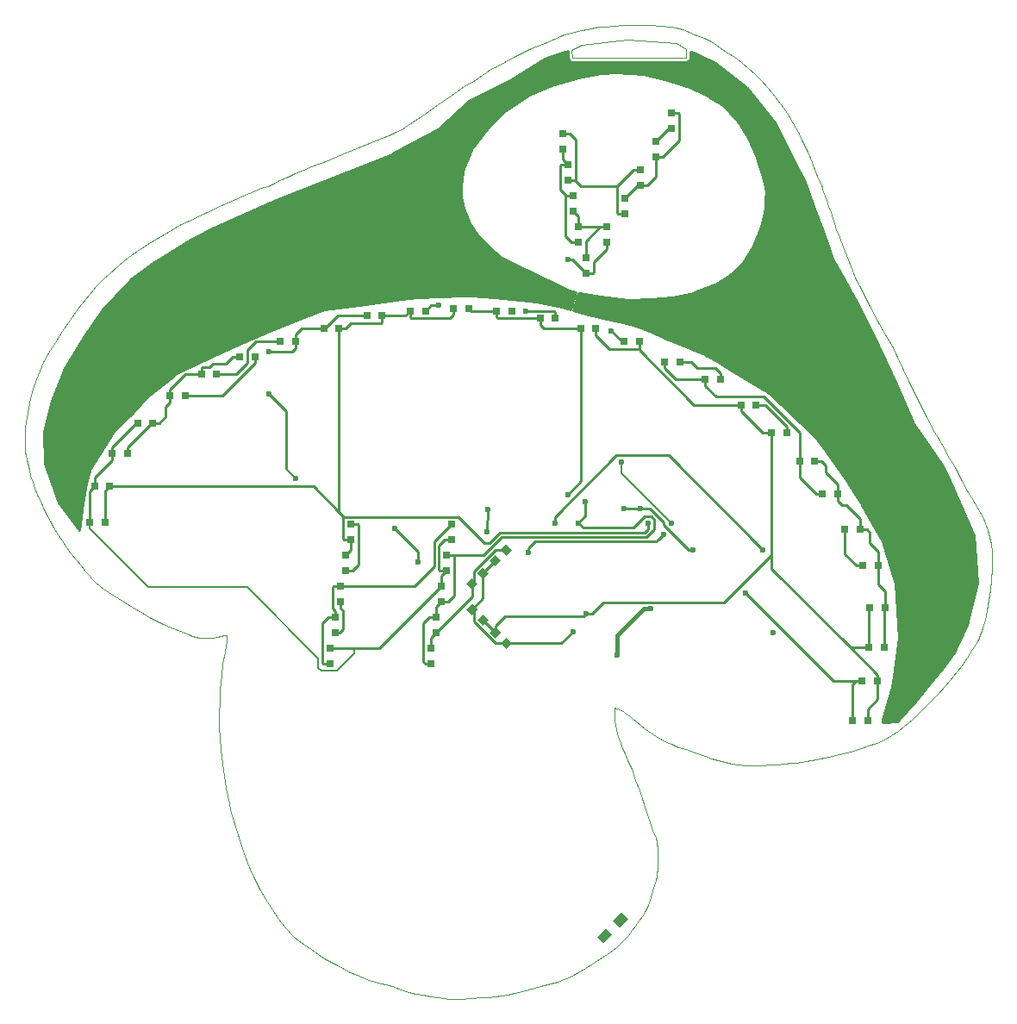
<source format=gtl>
%TF.GenerationSoftware,KiCad,Pcbnew,4.0.5+dfsg1-4*%
%TF.CreationDate,2020-02-09T15:28:45-08:00*%
%TF.ProjectId,VineBadge2020,56696E654261646765323032302E6B69,rev?*%
%TF.FileFunction,Copper,L1,Top,Signal*%
%FSLAX46Y46*%
G04 Gerber Fmt 4.6, Leading zero omitted, Abs format (unit mm)*
G04 Created by KiCad (PCBNEW 4.0.5+dfsg1-4) date Sun Feb  9 15:28:45 2020*
%MOMM*%
%LPD*%
G01*
G04 APERTURE LIST*
%ADD10C,0.150000*%
%ADD11C,0.100000*%
%ADD12R,0.797560X0.797560*%
%ADD13C,0.600000*%
%ADD14C,0.400000*%
%ADD15C,0.250000*%
%ADD16C,0.203200*%
%ADD17C,0.254000*%
G04 APERTURE END LIST*
D10*
D11*
X135672421Y-141921116D02*
X135025389Y-141832416D01*
X135025389Y-141832416D02*
X134316972Y-141718351D01*
X134316972Y-141718351D02*
X133585642Y-141585231D01*
X133585642Y-141585231D02*
X132869876Y-141439363D01*
X132869876Y-141439363D02*
X132208147Y-141287056D01*
X132208147Y-141287056D02*
X131638930Y-141134619D01*
X131638930Y-141134619D02*
X131200700Y-140988360D01*
X131200700Y-140988360D02*
X131042728Y-140919520D01*
X131042728Y-140919520D02*
X130931931Y-140854590D01*
X130931931Y-140854590D02*
X130797893Y-140794510D01*
X130797893Y-140794510D02*
X130553602Y-140712160D01*
X130553602Y-140712160D02*
X130267718Y-140631320D01*
X130267718Y-140631320D02*
X130008901Y-140575760D01*
X130008901Y-140575760D02*
X129460359Y-140467654D01*
X129460359Y-140467654D02*
X128893379Y-140315190D01*
X128893379Y-140315190D02*
X128306935Y-140121361D01*
X128306935Y-140121361D02*
X127699998Y-139889158D01*
X127699998Y-139889158D02*
X127071541Y-139621573D01*
X127071541Y-139621573D02*
X126420536Y-139321599D01*
X126420536Y-139321599D02*
X125046771Y-138636449D01*
X125046771Y-138636449D02*
X124535018Y-138351508D01*
X124535018Y-138351508D02*
X123927302Y-137981001D01*
X123927302Y-137981001D02*
X123265558Y-137553840D01*
X123265558Y-137553840D02*
X122591723Y-137098940D01*
X122591723Y-137098940D02*
X121947732Y-136645214D01*
X121947732Y-136645214D02*
X121375519Y-136221576D01*
X121375519Y-136221576D02*
X120917020Y-135856941D01*
X120917020Y-135856941D02*
X120614171Y-135580221D01*
X120614171Y-135580221D02*
X120315025Y-135250531D01*
X120315025Y-135250531D02*
X120010689Y-134889147D01*
X120010689Y-134889147D02*
X119392691Y-134081774D01*
X119392691Y-134081774D02*
X118772661Y-133179057D01*
X118772661Y-133179057D02*
X118163086Y-132201953D01*
X118163086Y-132201953D02*
X117576452Y-131171416D01*
X117576452Y-131171416D02*
X117025244Y-130108403D01*
X117025244Y-130108403D02*
X116521948Y-129033869D01*
X116521948Y-129033869D02*
X116079051Y-127968769D01*
X116079051Y-127968769D02*
X115813685Y-127192023D01*
X115813685Y-127192023D02*
X115637071Y-126644247D01*
X115637071Y-126644247D02*
X114851051Y-123923258D01*
X114851051Y-123923258D02*
X114704019Y-123377545D01*
X114704019Y-123377545D02*
X114557889Y-122744575D01*
X114557889Y-122744575D02*
X114413736Y-122030713D01*
X114413736Y-122030713D02*
X114272636Y-121242323D01*
X114272636Y-121242323D02*
X114003898Y-119467422D01*
X114003898Y-119467422D02*
X113760281Y-117470788D01*
X113760281Y-117470788D02*
X113659795Y-116333215D01*
X113659795Y-116333215D02*
X113601545Y-115157308D01*
X113601545Y-115157308D02*
X113585175Y-113952798D01*
X113585175Y-113952798D02*
X113610315Y-112729414D01*
X113610315Y-112729414D02*
X113676605Y-111496888D01*
X113676605Y-111496888D02*
X113783681Y-110264951D01*
X113783681Y-110264951D02*
X113931183Y-109043333D01*
X113931183Y-109043333D02*
X114118748Y-107841764D01*
X114118748Y-107841764D02*
X114297726Y-106737864D01*
X114297726Y-106737864D02*
X114343046Y-106392933D01*
X114343046Y-106392933D02*
X114348846Y-106255418D01*
X114348846Y-106255418D02*
X114258856Y-106255552D01*
X114258856Y-106255552D02*
X114043279Y-106285392D01*
X114043279Y-106285392D02*
X113364595Y-106413471D01*
X113364595Y-106413471D02*
X112974684Y-106483811D01*
X112974684Y-106483811D02*
X112605346Y-106526181D01*
X112605346Y-106526181D02*
X112252206Y-106540211D01*
X112252206Y-106540211D02*
X111910889Y-106525511D01*
X111910889Y-106525511D02*
X111577021Y-106481711D01*
X111577021Y-106481711D02*
X111246233Y-106408421D01*
X111246233Y-106408421D02*
X110914139Y-106305276D01*
X110914139Y-106305276D02*
X110576371Y-106171894D01*
X110576371Y-106171894D02*
X109765694Y-105841926D01*
X109765694Y-105841926D02*
X108675011Y-105421578D01*
X108675011Y-105421578D02*
X108077598Y-105172283D01*
X108077598Y-105172283D02*
X107404644Y-104851816D01*
X107404644Y-104851816D02*
X106738608Y-104501489D01*
X106738608Y-104501489D02*
X106161951Y-104162614D01*
X106161951Y-104162614D02*
X105038834Y-103465196D01*
X105038834Y-103465196D02*
X104055981Y-102875691D01*
X104055981Y-102875691D02*
X103661216Y-102634428D01*
X103661216Y-102634428D02*
X103207651Y-102337949D01*
X103207651Y-102337949D02*
X102252030Y-101671891D01*
X102252030Y-101671891D02*
X101444945Y-101062609D01*
X101444945Y-101062609D02*
X101177049Y-100837102D01*
X101177049Y-100837102D02*
X101042221Y-100695199D01*
X101042221Y-100695199D02*
X100838844Y-100431968D01*
X100838844Y-100431968D02*
X100480651Y-100008812D01*
X100480651Y-100008812D02*
X99980424Y-99419472D01*
X99980424Y-99419472D02*
X99495778Y-98816786D01*
X99495778Y-98816786D02*
X99027691Y-98202512D01*
X99027691Y-98202512D02*
X98577142Y-97578411D01*
X98577142Y-97578411D02*
X98145108Y-96946240D01*
X98145108Y-96946240D02*
X97732568Y-96307759D01*
X97732568Y-96307759D02*
X97340499Y-95664727D01*
X97340499Y-95664727D02*
X96969880Y-95018902D01*
X96969880Y-95018902D02*
X96621689Y-94372045D01*
X96621689Y-94372045D02*
X96296903Y-93725913D01*
X96296903Y-93725913D02*
X95996501Y-93082265D01*
X95996501Y-93082265D02*
X95721461Y-92442861D01*
X95721461Y-92442861D02*
X95472761Y-91809460D01*
X95472761Y-91809460D02*
X95251379Y-91183821D01*
X95251379Y-91183821D02*
X95058293Y-90567702D01*
X95058293Y-90567702D02*
X94894481Y-89962863D01*
X94894481Y-89962863D02*
X94664032Y-88980819D01*
X94664032Y-88980819D02*
X94588655Y-88589558D01*
X94588655Y-88589558D02*
X94535796Y-88231601D01*
X94535796Y-88231601D02*
X94502420Y-87882044D01*
X94502420Y-87882044D02*
X94485492Y-87515985D01*
X94485492Y-87515985D02*
X94488842Y-86634746D01*
X94488842Y-86634746D02*
X94505910Y-86206974D01*
X94505910Y-86206974D02*
X94538714Y-85765193D01*
X94538714Y-85765193D02*
X94649137Y-84849041D01*
X94649137Y-84849041D02*
X94815327Y-83905170D01*
X94815327Y-83905170D02*
X95032496Y-82952456D01*
X95032496Y-82952456D02*
X95295859Y-82009779D01*
X95295859Y-82009779D02*
X95600631Y-81096017D01*
X95600631Y-81096017D02*
X95942024Y-80230049D01*
X95942024Y-80230049D02*
X96315252Y-79430753D01*
X96315252Y-79430753D02*
X96833894Y-78479280D01*
X96833894Y-78479280D02*
X97459502Y-77437775D01*
X97459502Y-77437775D02*
X98162589Y-76348061D01*
X98162589Y-76348061D02*
X98913665Y-75251963D01*
X98913665Y-75251963D02*
X99683243Y-74191303D01*
X99683243Y-74191303D02*
X100441834Y-73207905D01*
X100441834Y-73207905D02*
X101159950Y-72343594D01*
X101159950Y-72343594D02*
X101494615Y-71969165D01*
X101494615Y-71969165D02*
X101808102Y-71640192D01*
X101808102Y-71640192D02*
X102240961Y-71215205D01*
X102240961Y-71215205D02*
X102696539Y-70790775D01*
X102696539Y-70790775D02*
X103668570Y-69948664D01*
X103668570Y-69948664D02*
X104709627Y-69124019D01*
X104709627Y-69124019D02*
X105805147Y-68327000D01*
X105805147Y-68327000D02*
X106940563Y-67567770D01*
X106940563Y-67567770D02*
X108101310Y-66856487D01*
X108101310Y-66856487D02*
X109272822Y-66203313D01*
X109272822Y-66203313D02*
X109858062Y-65901692D01*
X109858062Y-65901692D02*
X110440532Y-65618409D01*
X110440532Y-65618409D02*
X114018287Y-63948449D01*
X114018287Y-63948449D02*
X115151995Y-63435895D01*
X115151995Y-63435895D02*
X115905842Y-63112190D01*
X115905842Y-63112190D02*
X117715072Y-62319111D01*
X117715072Y-62319111D02*
X117940699Y-62261661D01*
X117940699Y-62261661D02*
X118348877Y-62105243D01*
X118348877Y-62105243D02*
X118881660Y-61873744D01*
X118881660Y-61873744D02*
X119481102Y-61591054D01*
X119481102Y-61591054D02*
X120187159Y-61258905D01*
X120187159Y-61258905D02*
X121010244Y-60892740D01*
X121010244Y-60892740D02*
X121848071Y-60537016D01*
X121848071Y-60537016D02*
X122598352Y-60236189D01*
X122598352Y-60236189D02*
X124268352Y-59579254D01*
X124268352Y-59579254D02*
X125994392Y-58880015D01*
X125994392Y-58880015D02*
X129526272Y-57426082D01*
X129526272Y-57426082D02*
X130254829Y-57114893D01*
X130254829Y-57114893D02*
X130933081Y-56803220D01*
X130933081Y-56803220D02*
X131485256Y-56527252D01*
X131485256Y-56527252D02*
X131835582Y-56323178D01*
X131835582Y-56323178D02*
X133780972Y-55022769D01*
X133780972Y-55022769D02*
X135102206Y-54125923D01*
X135102206Y-54125923D02*
X136309972Y-53264503D01*
X136309972Y-53264503D02*
X137240639Y-52604256D01*
X137240639Y-52604256D02*
X137628618Y-52349178D01*
X137628618Y-52349178D02*
X137895652Y-52191091D01*
X137895652Y-52191091D02*
X138421495Y-51871149D01*
X138421495Y-51871149D02*
X139041582Y-51435034D01*
X139041582Y-51435034D02*
X139382873Y-51194808D01*
X139382873Y-51194808D02*
X139804131Y-50924276D01*
X139804131Y-50924276D02*
X140251839Y-50656584D01*
X140251839Y-50656584D02*
X140672482Y-50424877D01*
X140672482Y-50424877D02*
X142702902Y-49343954D01*
X142702902Y-49343954D02*
X143194531Y-49088761D01*
X143194531Y-49088761D02*
X143729778Y-48829785D01*
X143729778Y-48829785D02*
X144244013Y-48597293D01*
X144244013Y-48597293D02*
X144672602Y-48421551D01*
X144672602Y-48421551D02*
X145565609Y-48062389D01*
X145565609Y-48062389D02*
X146472702Y-47666197D01*
X146472702Y-47666197D02*
X147110982Y-47396595D01*
X147110982Y-47396595D02*
X147442464Y-47280875D01*
X147442464Y-47280875D02*
X147813871Y-47168966D01*
X147813871Y-47168966D02*
X148771548Y-46929859D01*
X148771548Y-46929859D02*
X150174192Y-46625817D01*
X150174192Y-46625817D02*
X150787157Y-46521450D01*
X150787157Y-46521450D02*
X151519688Y-46437363D01*
X151519688Y-46437363D02*
X152345180Y-46374419D01*
X152345180Y-46374419D02*
X153237027Y-46333477D01*
X153237027Y-46333477D02*
X154168622Y-46315401D01*
X154168622Y-46315401D02*
X155113358Y-46321052D01*
X155113358Y-46321052D02*
X156044630Y-46351288D01*
X156044630Y-46351288D02*
X156935832Y-46406972D01*
X156935832Y-46406972D02*
X158030677Y-46505703D01*
X158030677Y-46505703D02*
X158430722Y-46561768D01*
X158430722Y-46561768D02*
X158784188Y-46635137D01*
X158784188Y-46635137D02*
X159129828Y-46735436D01*
X159129828Y-46735436D02*
X159506397Y-46872292D01*
X159506397Y-46872292D02*
X160507332Y-47294180D01*
X160507332Y-47294180D02*
X161212581Y-47617127D01*
X161212581Y-47617127D02*
X161875998Y-47950792D01*
X161875998Y-47950792D02*
X162423040Y-48255839D01*
X162423040Y-48255839D02*
X162779162Y-48492935D01*
X162779162Y-48492935D02*
X163362461Y-48922885D01*
X163362461Y-48922885D02*
X163962102Y-49309754D01*
X163962102Y-49309754D02*
X164450714Y-49629753D01*
X164450714Y-49629753D02*
X164996024Y-50048763D01*
X164996024Y-50048763D02*
X165580192Y-50549475D01*
X165580192Y-50549475D02*
X166185377Y-51114581D01*
X166185377Y-51114581D02*
X166793738Y-51726774D01*
X166793738Y-51726774D02*
X167387434Y-52368745D01*
X167387434Y-52368745D02*
X167948626Y-53023188D01*
X167948626Y-53023188D02*
X168459472Y-53672791D01*
X168459472Y-53672791D02*
X168994275Y-54417591D01*
X168994275Y-54417591D02*
X169499247Y-55184442D01*
X169499247Y-55184442D02*
X169980831Y-55985647D01*
X169980831Y-55985647D02*
X170445468Y-56833507D01*
X170445468Y-56833507D02*
X170899600Y-57740326D01*
X170899600Y-57740326D02*
X171349669Y-58718406D01*
X171349669Y-58718406D02*
X171802115Y-59780048D01*
X171802115Y-59780048D02*
X172263382Y-60937557D01*
X172263382Y-60937557D02*
X172791802Y-62222823D01*
X172791802Y-62222823D02*
X172828622Y-62365942D01*
X172828622Y-62365942D02*
X172928868Y-62659131D01*
X172928868Y-62659131D02*
X173258404Y-63524840D01*
X173258404Y-63524840D02*
X173463200Y-64065459D01*
X173463200Y-64065459D02*
X173675901Y-64671436D01*
X173675901Y-64671436D02*
X173871371Y-65268671D01*
X173871371Y-65268671D02*
X174024474Y-65783067D01*
X174024474Y-65783067D02*
X174208932Y-66367614D01*
X174208932Y-66367614D02*
X174489788Y-67155853D01*
X174489788Y-67155853D02*
X174828864Y-68044517D01*
X174828864Y-68044517D02*
X175187984Y-68930334D01*
X175187984Y-68930334D02*
X175798198Y-70412535D01*
X175798198Y-70412535D02*
X176052004Y-71082605D01*
X176052004Y-71082605D02*
X176155974Y-71326088D01*
X176155974Y-71326088D02*
X176435830Y-71887277D01*
X176435830Y-71887277D02*
X177330868Y-73600482D01*
X177330868Y-73600482D02*
X178352459Y-75497635D01*
X178352459Y-75497635D02*
X179115944Y-76854153D01*
X179115944Y-76854153D02*
X179668284Y-77833061D01*
X179668284Y-77833061D02*
X180138844Y-78755936D01*
X180138844Y-78755936D02*
X181412864Y-81404844D01*
X181412864Y-81404844D02*
X182985844Y-84665039D01*
X182985844Y-84665039D02*
X183286066Y-85277387D01*
X183286066Y-85277387D02*
X183577706Y-85840069D01*
X183577706Y-85840069D02*
X183827426Y-86290681D01*
X183827426Y-86290681D02*
X184001884Y-86566822D01*
X184001884Y-86566822D02*
X184153504Y-86792901D01*
X184153504Y-86792901D02*
X184341034Y-87107208D01*
X184341034Y-87107208D02*
X184728467Y-87834163D01*
X184728467Y-87834163D02*
X185103771Y-88550099D01*
X185103771Y-88550099D02*
X185413757Y-89063991D01*
X185413757Y-89063991D02*
X185577393Y-89324994D01*
X185577393Y-89324994D02*
X185828167Y-89762119D01*
X185828167Y-89762119D02*
X186454527Y-90921006D01*
X186454527Y-90921006D02*
X187145858Y-92190670D01*
X187145858Y-92190670D02*
X187466961Y-92747707D01*
X187466961Y-92747707D02*
X187716477Y-93155138D01*
X187716477Y-93155138D02*
X188160300Y-93878038D01*
X188160300Y-93878038D02*
X188535434Y-94575716D01*
X188535434Y-94575716D02*
X188844938Y-95257710D01*
X188844938Y-95257710D02*
X189091870Y-95933558D01*
X189091870Y-95933558D02*
X189279285Y-96612799D01*
X189279285Y-96612799D02*
X189410243Y-97304971D01*
X189410243Y-97304971D02*
X189487803Y-98019611D01*
X189487803Y-98019611D02*
X189515023Y-98766259D01*
X189515023Y-98766259D02*
X189493933Y-99715172D01*
X189493933Y-99715172D02*
X189426633Y-100723241D01*
X189426633Y-100723241D02*
X189318334Y-101757609D01*
X189318334Y-101757609D02*
X189174238Y-102785419D01*
X189174238Y-102785419D02*
X188999551Y-103773813D01*
X188999551Y-103773813D02*
X188799478Y-104689933D01*
X188799478Y-104689933D02*
X188579226Y-105500922D01*
X188579226Y-105500922D02*
X188463159Y-105856724D01*
X188463159Y-105856724D02*
X188343999Y-106173921D01*
X188343999Y-106173921D02*
X188200028Y-106502067D01*
X188200028Y-106502067D02*
X188026643Y-106851137D01*
X188026643Y-106851137D02*
X187596293Y-107605852D01*
X187596293Y-107605852D02*
X187062266Y-108425670D01*
X187062266Y-108425670D02*
X186433879Y-109298192D01*
X186433879Y-109298192D02*
X185720449Y-110211023D01*
X185720449Y-110211023D02*
X184931293Y-111151764D01*
X184931293Y-111151764D02*
X184075730Y-112108020D01*
X184075730Y-112108020D02*
X183163076Y-113067393D01*
X183163076Y-113067393D02*
X182346514Y-113880224D01*
X182346514Y-113880224D02*
X181604227Y-114572113D01*
X181604227Y-114572113D02*
X180911982Y-115160019D01*
X180911982Y-115160019D02*
X180245546Y-115660900D01*
X180245546Y-115660900D02*
X179580687Y-116091716D01*
X179580687Y-116091716D02*
X178893172Y-116469426D01*
X178893172Y-116469426D02*
X178158769Y-116810988D01*
X178158769Y-116810988D02*
X177353246Y-117133362D01*
X177353246Y-117133362D02*
X176602872Y-117382243D01*
X176602872Y-117382243D02*
X175640622Y-117653449D01*
X175640622Y-117653449D02*
X174542385Y-117930344D01*
X174542385Y-117930344D02*
X173384047Y-118196296D01*
X173384047Y-118196296D02*
X172241498Y-118434671D01*
X172241498Y-118434671D02*
X171190624Y-118628834D01*
X171190624Y-118628834D02*
X170307314Y-118762153D01*
X170307314Y-118762153D02*
X169952211Y-118800793D01*
X169952211Y-118800793D02*
X169667456Y-118817993D01*
X169667456Y-118817993D02*
X169192006Y-118829133D01*
X169192006Y-118829133D02*
X168141412Y-118936329D01*
X168141412Y-118936329D02*
X168060232Y-118948559D01*
X168060232Y-118948559D02*
X168093212Y-118949260D01*
X168093212Y-118949260D02*
X168109872Y-118949055D01*
X168109872Y-118949055D02*
X168103872Y-118950455D01*
X168103872Y-118950455D02*
X167955833Y-118964245D01*
X167955833Y-118964245D02*
X166637799Y-119077707D01*
X166637799Y-119077707D02*
X165959631Y-119079907D01*
X165959631Y-119079907D02*
X165275066Y-119046167D01*
X165275066Y-119046167D02*
X164588385Y-118977187D01*
X164588385Y-118977187D02*
X163903874Y-118873733D01*
X163903874Y-118873733D02*
X163225814Y-118736559D01*
X163225814Y-118736559D02*
X162558490Y-118566420D01*
X162558490Y-118566420D02*
X161906184Y-118364073D01*
X161906184Y-118364073D02*
X161273179Y-118130275D01*
X161273179Y-118130275D02*
X160294503Y-117763143D01*
X160294503Y-117763143D02*
X159411399Y-117469600D01*
X159411399Y-117469600D02*
X158652305Y-117219187D01*
X158652305Y-117219187D02*
X157971789Y-116955745D01*
X157971789Y-116955745D02*
X157536274Y-116746088D01*
X157536274Y-116746088D02*
X157041934Y-116475342D01*
X157041934Y-116475342D02*
X156512730Y-116159326D01*
X156512730Y-116159326D02*
X155972623Y-115813860D01*
X155972623Y-115813860D02*
X155445575Y-115454766D01*
X155445575Y-115454766D02*
X154955547Y-115097861D01*
X154955547Y-115097861D02*
X154526502Y-114758967D01*
X154526502Y-114758967D02*
X154182399Y-114453903D01*
X154182399Y-114453903D02*
X153955120Y-114247314D01*
X153955120Y-114247314D02*
X153717411Y-114053804D01*
X153717411Y-114053804D02*
X153476011Y-113877483D01*
X153476011Y-113877483D02*
X153237659Y-113722457D01*
X153237659Y-113722457D02*
X153009095Y-113592837D01*
X153009095Y-113592837D02*
X152797057Y-113492729D01*
X152797057Y-113492729D02*
X152608285Y-113426239D01*
X152608285Y-113426239D02*
X152449519Y-113397479D01*
X152449519Y-113397479D02*
X152426089Y-113625489D01*
X152426089Y-113625489D02*
X152417489Y-114176524D01*
X152417489Y-114176524D02*
X152433619Y-114608153D01*
X152433619Y-114608153D02*
X152480069Y-115044325D01*
X152480069Y-115044325D02*
X152557319Y-115486778D01*
X152557319Y-115486778D02*
X152665840Y-115937253D01*
X152665840Y-115937253D02*
X152806114Y-116397489D01*
X152806114Y-116397489D02*
X152978617Y-116869225D01*
X152978617Y-116869225D02*
X153183826Y-117354201D01*
X153183826Y-117354201D02*
X153422218Y-117854155D01*
X153422218Y-117854155D02*
X153720709Y-118512229D01*
X153720709Y-118512229D02*
X154087877Y-119416851D01*
X154087877Y-119416851D02*
X154477138Y-120448765D01*
X154477138Y-120448765D02*
X154841908Y-121488710D01*
X154841908Y-121488710D02*
X155569196Y-123627022D01*
X155569196Y-123627022D02*
X156170558Y-125349489D01*
X156170558Y-125349489D02*
X156448477Y-126163185D01*
X156448477Y-126163185D02*
X156538607Y-126482071D01*
X156538607Y-126482071D02*
X156602177Y-126775825D01*
X156602177Y-126775825D02*
X156643687Y-127069579D01*
X156643687Y-127069579D02*
X156667627Y-127388464D01*
X156667627Y-127388464D02*
X156680767Y-128202160D01*
X156680767Y-128202160D02*
X156663947Y-128984474D01*
X156663947Y-128984474D02*
X156639647Y-129315129D01*
X156639647Y-129315129D02*
X156601347Y-129628497D01*
X156601347Y-129628497D02*
X156546487Y-129941866D01*
X156546487Y-129941866D02*
X156472507Y-130272520D01*
X156472507Y-130272520D02*
X156256947Y-131054834D01*
X156256947Y-131054834D02*
X155874629Y-132249401D01*
X155874629Y-132249401D02*
X155692925Y-132758497D01*
X155692925Y-132758497D02*
X155548517Y-133118513D01*
X155548517Y-133118513D02*
X155376165Y-133450975D01*
X155376165Y-133450975D02*
X155130331Y-133854613D01*
X155130331Y-133854613D02*
X154829017Y-134305055D01*
X154829017Y-134305055D02*
X154490222Y-134777927D01*
X154490222Y-134777927D02*
X154131948Y-135248859D01*
X154131948Y-135248859D02*
X153772195Y-135693477D01*
X153772195Y-135693477D02*
X153428965Y-136087409D01*
X153428965Y-136087409D02*
X153120257Y-136406284D01*
X153120257Y-136406284D02*
X152567507Y-136935363D01*
X152567507Y-136935363D02*
X152284692Y-137187555D01*
X152284692Y-137187555D02*
X151907407Y-137385403D01*
X151907407Y-137385403D02*
X150225707Y-138482255D01*
X150225707Y-138482255D02*
X148897874Y-139333482D01*
X148897874Y-139333482D02*
X148401704Y-139619264D01*
X148401704Y-139619264D02*
X147934773Y-139848527D01*
X147934773Y-139848527D02*
X147435139Y-140048802D01*
X147435139Y-140048802D02*
X146840859Y-140247614D01*
X146840859Y-140247614D02*
X145120587Y-140750964D01*
X145120587Y-140750964D02*
X143322725Y-141243252D01*
X143322725Y-141243252D02*
X142594868Y-141419092D01*
X142594868Y-141419092D02*
X141935743Y-141556651D01*
X141935743Y-141556651D02*
X141311361Y-141662372D01*
X141311361Y-141662372D02*
X140687731Y-141742692D01*
X140687731Y-141742692D02*
X140030866Y-141804062D01*
X140030866Y-141804062D02*
X139306777Y-141852922D01*
X139306777Y-141852922D02*
X137269147Y-141982671D01*
X137269147Y-141982671D02*
X136933020Y-141993481D01*
X136933020Y-141993481D02*
X136519912Y-141985381D01*
X136519912Y-141985381D02*
X136082219Y-141960521D01*
X136082219Y-141960521D02*
X135672337Y-141920931D01*
X135672337Y-141920931D02*
X135672377Y-141920992D01*
X135672377Y-141920992D02*
X135672421Y-141921116D01*
X149184032Y-48226688D02*
X153719747Y-47754217D01*
X153719747Y-47754217D02*
X158538944Y-48084946D01*
X158538944Y-48084946D02*
X159460260Y-48722781D01*
X159460260Y-48722781D02*
X159483890Y-49549604D01*
X159483890Y-49549604D02*
X148262715Y-49549604D01*
X148262715Y-49549604D02*
X148215465Y-48793652D01*
X148215465Y-48793652D02*
X149184028Y-48226688D01*
X149184028Y-48226688D02*
X149184032Y-48226688D01*
D10*
G36*
X140722165Y-99483795D02*
X140158205Y-98919835D01*
X140722165Y-98355875D01*
X141286125Y-98919835D01*
X140722165Y-99483795D01*
X140722165Y-99483795D01*
G37*
G36*
X141781835Y-98424125D02*
X141217875Y-97860165D01*
X141781835Y-97296205D01*
X142345795Y-97860165D01*
X141781835Y-98424125D01*
X141781835Y-98424125D01*
G37*
D12*
X126520000Y-95354700D03*
X126520000Y-96853300D03*
X125504000Y-102949300D03*
X125504000Y-101450700D03*
X124488000Y-109045300D03*
X124488000Y-107546700D03*
D10*
G36*
X138436165Y-101769795D02*
X137872205Y-101205835D01*
X138436165Y-100641875D01*
X139000125Y-101205835D01*
X138436165Y-101769795D01*
X138436165Y-101769795D01*
G37*
G36*
X139495835Y-100710125D02*
X138931875Y-100146165D01*
X139495835Y-99582205D01*
X140059795Y-100146165D01*
X139495835Y-100710125D01*
X139495835Y-100710125D01*
G37*
G36*
X137872205Y-103702165D02*
X138436165Y-103138205D01*
X139000125Y-103702165D01*
X138436165Y-104266125D01*
X137872205Y-103702165D01*
X137872205Y-103702165D01*
G37*
G36*
X138931875Y-104761835D02*
X139495835Y-104197875D01*
X140059795Y-104761835D01*
X139495835Y-105325795D01*
X138931875Y-104761835D01*
X138931875Y-104761835D01*
G37*
D12*
X124996000Y-104498700D03*
X124996000Y-105997300D03*
X136426000Y-96853300D03*
X136426000Y-95354700D03*
X148364000Y-63096700D03*
X148364000Y-64595300D03*
X148872000Y-66144700D03*
X148872000Y-67643300D03*
X132350700Y-74380000D03*
X133849300Y-74380000D03*
X149634000Y-69192700D03*
X149634000Y-70691300D03*
X110249300Y-82750000D03*
X108750700Y-82750000D03*
X111850700Y-80630000D03*
X113349300Y-80630000D03*
X115600700Y-78880000D03*
X117099300Y-78880000D03*
X119600700Y-77380000D03*
X121099300Y-77380000D03*
X156492000Y-59261300D03*
X156492000Y-57762700D03*
X149101400Y-76130000D03*
X150600000Y-76130000D03*
X154849300Y-77380000D03*
X153350700Y-77380000D03*
X125348600Y-76130000D03*
X123850000Y-76130000D03*
X161351400Y-81130000D03*
X162850000Y-81130000D03*
X178323300Y-99406000D03*
X176824700Y-99406000D03*
X175046700Y-95850000D03*
X176545300Y-95850000D03*
X179019300Y-103580000D03*
X177520700Y-103580000D03*
X135410000Y-101450700D03*
X135410000Y-102949300D03*
X134902000Y-104498700D03*
X134902000Y-105997300D03*
X126012000Y-98402700D03*
X126012000Y-99901300D03*
X135918000Y-98402700D03*
X135918000Y-99901300D03*
X134394000Y-107546700D03*
X134394000Y-109045300D03*
D10*
G36*
X140158205Y-105988165D02*
X140722165Y-105424205D01*
X141286125Y-105988165D01*
X140722165Y-106552125D01*
X140158205Y-105988165D01*
X140158205Y-105988165D01*
G37*
G36*
X141217875Y-107047835D02*
X141781835Y-106483875D01*
X142345795Y-107047835D01*
X141781835Y-107611795D01*
X141217875Y-107047835D01*
X141217875Y-107047835D01*
G37*
D12*
X147348000Y-57000700D03*
X147348000Y-58499300D03*
X147856000Y-60048700D03*
X147856000Y-61547300D03*
X101350700Y-91630000D03*
X102849300Y-91630000D03*
X153444000Y-64849300D03*
X153444000Y-63350700D03*
X103070865Y-88409835D03*
X104569465Y-88409835D03*
X154968000Y-62055300D03*
X154968000Y-60556700D03*
X107069465Y-85409835D03*
X105570865Y-85409835D03*
X138098600Y-74130000D03*
X136600000Y-74130000D03*
X151666000Y-67643300D03*
X151666000Y-66144700D03*
X158016000Y-56467300D03*
X158016000Y-54968700D03*
X142349300Y-74380000D03*
X140850700Y-74380000D03*
X145101400Y-75130000D03*
X146600000Y-75130000D03*
X128100000Y-74880000D03*
X129598600Y-74880000D03*
X158849300Y-79380000D03*
X157350700Y-79380000D03*
X166349300Y-83630000D03*
X164850700Y-83630000D03*
X167850700Y-86380000D03*
X169349300Y-86380000D03*
X172099300Y-89130000D03*
X170600700Y-89130000D03*
X172850700Y-92380000D03*
X174349300Y-92380000D03*
X175808700Y-114646000D03*
X177307300Y-114646000D03*
X178259300Y-110760000D03*
X176760700Y-110760000D03*
X177400700Y-107440000D03*
X178899300Y-107440000D03*
X102349300Y-95130000D03*
X100850700Y-95130000D03*
D10*
G36*
X153113883Y-133449721D02*
X153750279Y-134086117D01*
X152901751Y-134934645D01*
X152265355Y-134298249D01*
X153113883Y-133449721D01*
X153113883Y-133449721D01*
G37*
G36*
X151558249Y-135005355D02*
X152194645Y-135641751D01*
X151346117Y-136490279D01*
X150709721Y-135853883D01*
X151558249Y-135005355D01*
X151558249Y-135005355D01*
G37*
D13*
X155984000Y-103660000D03*
X152682000Y-108230000D03*
X153007817Y-134192183D03*
X152069800Y-73736200D03*
X157200600Y-74066400D03*
X158016000Y-95220000D03*
X153110795Y-89210795D03*
X172099300Y-89130000D03*
X153444000Y-64849300D03*
X143720000Y-74450000D03*
X142349300Y-74380000D03*
X126520000Y-95354700D03*
X155730000Y-95220000D03*
X126012000Y-98402700D03*
X125504000Y-102949300D03*
X160130000Y-97840000D03*
X154940000Y-93790000D03*
X153365799Y-93790000D03*
X110249300Y-82750000D03*
X148872000Y-67643300D03*
X158849300Y-79380000D03*
X124996000Y-104498700D03*
X124488000Y-109045300D03*
X165290000Y-102110000D03*
X154968000Y-62055300D03*
X166349300Y-83630000D03*
X135410000Y-101450700D03*
X136426000Y-96853300D03*
X138098600Y-74130000D03*
X149570000Y-93140000D03*
X147810000Y-92420000D03*
X148872000Y-95219999D03*
X149634000Y-69192700D03*
X149101400Y-76130000D03*
X152120000Y-76350000D03*
X135120000Y-73860000D03*
X134902000Y-104498700D03*
X135918000Y-98402700D03*
X118480000Y-82550000D03*
X121130000Y-90859806D03*
X167020000Y-97870000D03*
X146586000Y-95220000D03*
X139874264Y-96081800D03*
X139970000Y-93880000D03*
X115600700Y-78880000D03*
X128100000Y-74880000D03*
X175046700Y-95850000D03*
X118480000Y-78410000D03*
X138436165Y-101205835D03*
X134394000Y-107546700D03*
X143967200Y-98120200D03*
X157226000Y-96351411D03*
X148336000Y-105918000D03*
X172850700Y-92380000D03*
X161351400Y-81130000D03*
X147830000Y-69310000D03*
X158016000Y-56467300D03*
X140722165Y-98919835D03*
X138436165Y-103702165D03*
X149634000Y-104160000D03*
X154849300Y-77380000D03*
X119600700Y-77380000D03*
X140722165Y-105988165D03*
X168000000Y-106000000D03*
X130810000Y-95750000D03*
X133140000Y-99040000D03*
X151452183Y-135747817D03*
D14*
X155984000Y-103660000D02*
X155284000Y-103660000D01*
X155284000Y-103660000D02*
X152682000Y-106262000D01*
X152682000Y-106262000D02*
X152682000Y-107480000D01*
X152682000Y-107480000D02*
X152682000Y-108230000D01*
D15*
X157200600Y-74066400D02*
X152400000Y-74066400D01*
X152400000Y-74066400D02*
X152069800Y-73736200D01*
X178323300Y-101234300D02*
X179019300Y-101930300D01*
X179019300Y-101930300D02*
X179019300Y-103580000D01*
X178323300Y-99406000D02*
X178323300Y-101234300D01*
D16*
X153110795Y-89210795D02*
X153110795Y-90314795D01*
X153110795Y-90314795D02*
X158016000Y-95220000D01*
D15*
X147856000Y-61547300D02*
X148504780Y-61547300D01*
X148504780Y-61547300D02*
X149116381Y-62158901D01*
X149116381Y-62158901D02*
X152717019Y-62158901D01*
X148582981Y-61469099D02*
X148582981Y-57586901D01*
X148504780Y-61547300D02*
X148582981Y-61469099D01*
X148582981Y-57586901D02*
X147996780Y-57000700D01*
X147996780Y-57000700D02*
X147348000Y-57000700D01*
X154968000Y-60556700D02*
X154319220Y-60556700D01*
X152717019Y-64771099D02*
X152795220Y-64849300D01*
X154319220Y-60556700D02*
X152717019Y-62158901D01*
X152717019Y-62158901D02*
X152717019Y-64771099D01*
X152795220Y-64849300D02*
X153444000Y-64849300D01*
X175190000Y-93470000D02*
X174790520Y-93470000D01*
X174790520Y-93470000D02*
X174349300Y-93028780D01*
X174349300Y-93028780D02*
X174349300Y-92380000D01*
X176545300Y-94825300D02*
X175190000Y-93470000D01*
X176545300Y-95850000D02*
X176545300Y-94825300D01*
X177504080Y-96160000D02*
X177194080Y-95850000D01*
X177504080Y-96160000D02*
X177504080Y-97190780D01*
X178323300Y-99406000D02*
X178323300Y-98010000D01*
X177504080Y-97190780D02*
X178323300Y-98010000D01*
X177194080Y-95850000D02*
X176545300Y-95850000D01*
X178899300Y-107440000D02*
X178899300Y-103700000D01*
X178899300Y-103700000D02*
X179019300Y-103580000D01*
X173190000Y-90240000D02*
X174349300Y-91399300D01*
X174349300Y-91399300D02*
X174349300Y-92380000D01*
X173190000Y-89571920D02*
X173190000Y-90240000D01*
X172099300Y-89130000D02*
X172748080Y-89130000D01*
X172748080Y-89130000D02*
X173190000Y-89571920D01*
X146600000Y-75130000D02*
X146600000Y-74481220D01*
X146600000Y-74481220D02*
X146521799Y-74403019D01*
X146521799Y-74403019D02*
X143766981Y-74403019D01*
X143766981Y-74403019D02*
X143720000Y-74450000D01*
X126520000Y-95354700D02*
X127168780Y-95354700D01*
X126660780Y-99901300D02*
X126012000Y-99901300D01*
X127168780Y-95354700D02*
X127246981Y-95432901D01*
X127246981Y-95432901D02*
X127246981Y-99315099D01*
X127246981Y-99315099D02*
X126660780Y-99901300D01*
X141182009Y-96150000D02*
X155400000Y-96150000D01*
X137679622Y-95220000D02*
X137690000Y-95220000D01*
X137690000Y-95220000D02*
X138620000Y-96150000D01*
X138620000Y-96150000D02*
X138630000Y-96150000D01*
X138630000Y-96150000D02*
X139670000Y-97190000D01*
X139670000Y-97190000D02*
X140142009Y-97190000D01*
X140142009Y-97190000D02*
X141182009Y-96150000D01*
X155730000Y-95820000D02*
X155730000Y-95220000D01*
X155400000Y-96150000D02*
X155730000Y-95820000D01*
D16*
X137679622Y-95220000D02*
X137680000Y-95220000D01*
D15*
X125348600Y-94117660D02*
X122860940Y-91630000D01*
X122860940Y-91630000D02*
X102849300Y-91630000D01*
X125858659Y-94627719D02*
X125348600Y-94117660D01*
X125348600Y-94117660D02*
X125348600Y-76130000D01*
X125858659Y-94627719D02*
X125793019Y-94693359D01*
X137679622Y-95220000D02*
X137087341Y-94627719D01*
X125793019Y-96775099D02*
X125871220Y-96853300D01*
X137087341Y-94627719D02*
X125858659Y-94627719D01*
X125793019Y-94693359D02*
X125793019Y-96775099D01*
X125871220Y-96853300D02*
X126520000Y-96853300D01*
X136600000Y-74130000D02*
X136600000Y-74778780D01*
X136600000Y-74778780D02*
X136271799Y-75106981D01*
X136271799Y-75106981D02*
X132428901Y-75106981D01*
X132428901Y-75106981D02*
X132350700Y-75028780D01*
X132350700Y-75028780D02*
X132350700Y-74380000D01*
X129598600Y-74880000D02*
X131850700Y-74880000D01*
X131850700Y-74880000D02*
X132350700Y-74380000D01*
X125348600Y-76130000D02*
X125997380Y-76130000D01*
X125997380Y-76130000D02*
X126520399Y-75606981D01*
X129520399Y-75606981D02*
X129598600Y-75528780D01*
X126520399Y-75606981D02*
X129520399Y-75606981D01*
X129598600Y-75528780D02*
X129598600Y-74880000D01*
X102349300Y-95130000D02*
X102349300Y-92130000D01*
X102349300Y-92130000D02*
X102849300Y-91630000D01*
X125420000Y-105997300D02*
X124996000Y-105997300D01*
X125504000Y-102949300D02*
X125504000Y-103598080D01*
X125504000Y-103598080D02*
X125722981Y-103817061D01*
X125722981Y-103817061D02*
X125722981Y-105694319D01*
X125722981Y-105694319D02*
X125420000Y-105997300D01*
X126520000Y-96853300D02*
X126520000Y-97894700D01*
X126520000Y-97894700D02*
X126012000Y-98402700D01*
X159705736Y-97840000D02*
X160130000Y-97840000D01*
X155870673Y-93790000D02*
X154940000Y-93790000D01*
X154940000Y-93790000D02*
X153365799Y-93790000D01*
X134737809Y-99462191D02*
X132749300Y-101450700D01*
X132749300Y-101450700D02*
X130330000Y-101450700D01*
X134720700Y-97060000D02*
X136426000Y-95354700D01*
X134720700Y-97060000D02*
X134737809Y-97077109D01*
X134737809Y-97077109D02*
X134737809Y-99462191D01*
X159705736Y-97840000D02*
X157255799Y-95390063D01*
X157255799Y-95390063D02*
X157255799Y-95175126D01*
X157255799Y-95175126D02*
X155870673Y-93790000D01*
X148364000Y-63096700D02*
X147715220Y-63096700D01*
X147715220Y-63096700D02*
X147637019Y-63174901D01*
X147637019Y-63174901D02*
X147637019Y-67057099D01*
X147637019Y-67057099D02*
X148223220Y-67643300D01*
X148223220Y-67643300D02*
X148872000Y-67643300D01*
X147856000Y-60048700D02*
X147207220Y-60048700D01*
X147207220Y-60048700D02*
X147129019Y-60126901D01*
X147129019Y-60126901D02*
X147129019Y-62510499D01*
X147129019Y-62510499D02*
X147715220Y-63096700D01*
X147348000Y-58499300D02*
X147348000Y-59540700D01*
X147348000Y-59540700D02*
X147856000Y-60048700D01*
X175808700Y-114646000D02*
X175808700Y-111063220D01*
X175808700Y-111063220D02*
X176111920Y-110760000D01*
X162370000Y-80001220D02*
X162850000Y-80481220D01*
X160571220Y-80001220D02*
X159950000Y-79380000D01*
X158849300Y-79380000D02*
X159950000Y-79380000D01*
X162370000Y-80001220D02*
X160571220Y-80001220D01*
X162850000Y-80481220D02*
X162850000Y-81130000D01*
X110240000Y-82740000D02*
X113888080Y-82740000D01*
X113888080Y-82740000D02*
X117099300Y-79528780D01*
X117099300Y-79528780D02*
X117099300Y-78880000D01*
X124996000Y-104498700D02*
X124347220Y-104498700D01*
X124347220Y-104498700D02*
X123761019Y-105084901D01*
X123761019Y-105084901D02*
X123761019Y-108967099D01*
X123761019Y-108967099D02*
X123839220Y-109045300D01*
X125504000Y-101450700D02*
X124855220Y-101450700D01*
X124855220Y-101450700D02*
X124777019Y-101528901D01*
X124777019Y-103630939D02*
X124996000Y-103849920D01*
X124777019Y-101528901D02*
X124777019Y-103630939D01*
X124996000Y-103849920D02*
X124996000Y-104498700D01*
X124488000Y-109045300D02*
X123839220Y-109045300D01*
X125504000Y-101450700D02*
X130330000Y-101450700D01*
X124780219Y-101525701D02*
X124855220Y-101450700D01*
X176760700Y-110760000D02*
X173940000Y-110760000D01*
X173940000Y-110760000D02*
X165290000Y-102110000D01*
X176111920Y-110760000D02*
X176760700Y-110760000D01*
X124488000Y-107546700D02*
X126880000Y-107546700D01*
X126880000Y-107546700D02*
X129314000Y-107546700D01*
D16*
X123331209Y-109441209D02*
X123638881Y-109748881D01*
X123638881Y-109748881D02*
X125130621Y-109748881D01*
X125130621Y-109748881D02*
X126880000Y-107999502D01*
X126880000Y-107999502D02*
X126880000Y-107546700D01*
X116350000Y-101520000D02*
X123331209Y-108501209D01*
X123331209Y-108501209D02*
X123331209Y-109441209D01*
X106638720Y-101520000D02*
X116350000Y-101520000D01*
X100850700Y-95130000D02*
X100850700Y-95731980D01*
X100850700Y-95731980D02*
X106638720Y-101520000D01*
D15*
X156492000Y-59261300D02*
X157140780Y-59261300D01*
X157140780Y-59261300D02*
X158742981Y-57659099D01*
X158742981Y-57659099D02*
X158742981Y-55046901D01*
X158742981Y-55046901D02*
X158664780Y-54968700D01*
X158664780Y-54968700D02*
X158016000Y-54968700D01*
X154968000Y-62055300D02*
X155616780Y-62055300D01*
X155616780Y-62055300D02*
X156492000Y-61180080D01*
X156492000Y-61180080D02*
X156492000Y-59910080D01*
X156492000Y-59910080D02*
X156492000Y-59261300D01*
X154968000Y-62055300D02*
X154739400Y-62055300D01*
X154739400Y-62055300D02*
X153444000Y-63350700D01*
X166349300Y-83630000D02*
X167248080Y-83630000D01*
X167248080Y-83630000D02*
X169349300Y-85731220D01*
X169349300Y-85731220D02*
X169349300Y-86380000D01*
X103070865Y-88409835D02*
X103070865Y-87761055D01*
X103070865Y-87761055D02*
X105422085Y-85409835D01*
X105422085Y-85409835D02*
X105570865Y-85409835D01*
X103070865Y-88409835D02*
X103070865Y-89058615D01*
X103070865Y-89058615D02*
X101350700Y-90778780D01*
X101350700Y-90778780D02*
X101350700Y-91630000D01*
X100850700Y-95130000D02*
X100850700Y-92130000D01*
X100850700Y-92130000D02*
X101350700Y-91630000D01*
X136426000Y-96853300D02*
X135777220Y-96853300D01*
X135191019Y-99823099D02*
X135269220Y-99901300D01*
X135777220Y-96853300D02*
X135191019Y-97439501D01*
X135191019Y-97439501D02*
X135191019Y-99823099D01*
X135269220Y-99901300D02*
X135918000Y-99901300D01*
X129314000Y-107546700D02*
X135410000Y-101450700D01*
X135410000Y-101450700D02*
X135410000Y-100409300D01*
X135410000Y-100409300D02*
X135918000Y-99901300D01*
X149570000Y-93140000D02*
X149570000Y-94521999D01*
X149570000Y-94521999D02*
X148872000Y-95219999D01*
X149101400Y-76130000D02*
X149101400Y-91128600D01*
X149101400Y-91128600D02*
X147810000Y-92420000D01*
X149346790Y-95696790D02*
X148872000Y-95222000D01*
X148872000Y-95222000D02*
X148872000Y-95219999D01*
X154323472Y-95696790D02*
X149346790Y-95696790D01*
X135918000Y-98402700D02*
X139570243Y-98402700D01*
X141369733Y-96603210D02*
X155587725Y-96603210D01*
X139570243Y-98402700D02*
X141369733Y-96603210D01*
X155587725Y-96603210D02*
X156358201Y-95832734D01*
X156358201Y-95832734D02*
X156358201Y-94918463D01*
X156358201Y-94918463D02*
X156031537Y-94591799D01*
X156031537Y-94591799D02*
X155428463Y-94591799D01*
X155428463Y-94591799D02*
X154323472Y-95696790D01*
X151666000Y-66144700D02*
X151017220Y-66144700D01*
X151017220Y-66144700D02*
X149634000Y-67527920D01*
X149634000Y-67527920D02*
X149634000Y-68543920D01*
X149634000Y-68543920D02*
X149634000Y-69192700D01*
X148872000Y-66144700D02*
X149520780Y-66144700D01*
X149520780Y-66144700D02*
X151666000Y-66144700D01*
X148872000Y-66144700D02*
X148872000Y-65103300D01*
X148872000Y-65103300D02*
X148364000Y-64595300D01*
X153350700Y-77380000D02*
X153150000Y-77380000D01*
X153150000Y-77380000D02*
X152120000Y-76350000D01*
X149101400Y-76130000D02*
X145452620Y-76130000D01*
X145452620Y-76130000D02*
X145101400Y-75778780D01*
X145101400Y-75778780D02*
X145101400Y-75130000D01*
X145101400Y-75130000D02*
X140951920Y-75130000D01*
X140951920Y-75130000D02*
X140850700Y-75028780D01*
X140850700Y-75028780D02*
X140850700Y-74380000D01*
X140850700Y-74380000D02*
X138348600Y-74380000D01*
X138348600Y-74380000D02*
X138098600Y-74130000D01*
X135120000Y-73860000D02*
X134369300Y-73860000D01*
X134369300Y-73860000D02*
X133849300Y-74380000D01*
X134394000Y-109045300D02*
X133870000Y-109045300D01*
X134902000Y-104498700D02*
X134253220Y-104498700D01*
X134253220Y-104498700D02*
X133667019Y-105084901D01*
X133667019Y-105084901D02*
X133667019Y-108842319D01*
X133667019Y-108842319D02*
X133870000Y-109045300D01*
X135918000Y-98402700D02*
X136566780Y-98402700D01*
X136566780Y-98402700D02*
X136644981Y-98480901D01*
X136644981Y-98480901D02*
X136644981Y-102363099D01*
X136644981Y-102363099D02*
X136058780Y-102949300D01*
X136058780Y-102949300D02*
X135410000Y-102949300D01*
X134902000Y-104498700D02*
X134902000Y-103457300D01*
X134902000Y-103457300D02*
X135410000Y-102949300D01*
D16*
X120186194Y-89916000D02*
X121130000Y-90859806D01*
D15*
X120186194Y-84256194D02*
X118480000Y-82550000D01*
X120186194Y-89916000D02*
X120186194Y-84256194D01*
X146586000Y-95220000D02*
X146586000Y-94620000D01*
X146586000Y-94620000D02*
X152623406Y-88582594D01*
X152623406Y-88582594D02*
X157732594Y-88582594D01*
X157732594Y-88582594D02*
X167020000Y-97870000D01*
X139970000Y-94890000D02*
X139874264Y-94985736D01*
X139874264Y-94985736D02*
X139874264Y-96081800D01*
X139970000Y-93880000D02*
X139970000Y-94890000D01*
X175046700Y-95850000D02*
X175046700Y-98276780D01*
X175046700Y-98276780D02*
X176175920Y-99406000D01*
X176175920Y-99406000D02*
X176824700Y-99406000D01*
X123850000Y-76130000D02*
X123960278Y-76130000D01*
X123960278Y-76130000D02*
X125210278Y-74880000D01*
X125210278Y-74880000D02*
X127451220Y-74880000D01*
X127451220Y-74880000D02*
X128100000Y-74880000D01*
X121099300Y-77380000D02*
X121099300Y-76731220D01*
X121099300Y-76731220D02*
X121700520Y-76130000D01*
X121700520Y-76130000D02*
X123201220Y-76130000D01*
X123201220Y-76130000D02*
X123850000Y-76130000D01*
X118480000Y-78410000D02*
X120718080Y-78410000D01*
X120718080Y-78410000D02*
X121099300Y-78028780D01*
X121099300Y-78028780D02*
X121099300Y-77380000D01*
X108750700Y-82750000D02*
X108750700Y-83398780D01*
X108750700Y-83398780D02*
X108350700Y-83798780D01*
X108350700Y-83798780D02*
X108350700Y-84777380D01*
X108750700Y-82750000D02*
X108750700Y-82101220D01*
X108750700Y-82101220D02*
X110221920Y-80630000D01*
X110221920Y-80630000D02*
X111201920Y-80630000D01*
X111201920Y-80630000D02*
X111850700Y-80630000D01*
X112960000Y-79610000D02*
X112620000Y-79950000D01*
X111850700Y-80630000D02*
X111850700Y-79981220D01*
X111881920Y-79950000D02*
X112620000Y-79950000D01*
X111850700Y-79981220D02*
X111881920Y-79950000D01*
X114221920Y-79610000D02*
X112960000Y-79610000D01*
X115600700Y-78880000D02*
X114951920Y-78880000D01*
X114951920Y-78880000D02*
X114221920Y-79610000D01*
X108350700Y-84777380D02*
X107718245Y-85409835D01*
X107718245Y-85409835D02*
X107069465Y-85409835D01*
X104569465Y-88409835D02*
X104569465Y-87761055D01*
X104569465Y-87761055D02*
X106920685Y-85409835D01*
X106920685Y-85409835D02*
X107069465Y-85409835D01*
X138436165Y-101205835D02*
X138603665Y-101038335D01*
X138603665Y-101038335D02*
X138603665Y-100010213D01*
X138603665Y-100010213D02*
X140753713Y-97860165D01*
X140753713Y-97860165D02*
X141117875Y-97860165D01*
X141117875Y-97860165D02*
X141781835Y-97860165D01*
X134902000Y-105997300D02*
X138436165Y-102463135D01*
X138436165Y-102463135D02*
X138436165Y-101205835D01*
X134394000Y-107546700D02*
X134394000Y-106505300D01*
X134394000Y-106505300D02*
X134902000Y-105997300D01*
X143967200Y-98120200D02*
X143967200Y-97695936D01*
X143967200Y-97695936D02*
X144606716Y-97056420D01*
X144606716Y-97056420D02*
X156520991Y-97056420D01*
X156520991Y-97056420D02*
X156718000Y-96859411D01*
X156718000Y-96859411D02*
X157226000Y-96351411D01*
X141781835Y-107047835D02*
X147206165Y-107047835D01*
X147206165Y-107047835D02*
X148336000Y-105918000D01*
X141781835Y-107047835D02*
X140753713Y-107047835D01*
X140753713Y-107047835D02*
X138603665Y-104897787D01*
X138603665Y-104897787D02*
X138603665Y-104625883D01*
X147830000Y-69310000D02*
X148252700Y-69310000D01*
X148252700Y-69310000D02*
X149634000Y-70691300D01*
X158016000Y-56467300D02*
X157787400Y-56467300D01*
X157787400Y-56467300D02*
X156492000Y-57762700D01*
X151666000Y-67643300D02*
X151666000Y-68292080D01*
X151666000Y-68292080D02*
X150360981Y-69597099D01*
X150360981Y-69597099D02*
X150360981Y-70613099D01*
X150360981Y-70613099D02*
X150282780Y-70691300D01*
X150282780Y-70691300D02*
X149634000Y-70691300D01*
X167059015Y-82800000D02*
X162372620Y-82800000D01*
X162372620Y-82800000D02*
X161351400Y-81778780D01*
X161351400Y-81778780D02*
X161351400Y-81130000D01*
X170600700Y-89130000D02*
X170600700Y-86341685D01*
X170600700Y-86341685D02*
X167059015Y-82800000D01*
X170600700Y-89130000D02*
X170600700Y-90778780D01*
X170600700Y-90778780D02*
X172201920Y-92380000D01*
X172201920Y-92380000D02*
X172850700Y-92380000D01*
X157350700Y-79380000D02*
X157350700Y-80028780D01*
X157350700Y-80028780D02*
X158451920Y-81130000D01*
X158451920Y-81130000D02*
X160702620Y-81130000D01*
X160702620Y-81130000D02*
X161351400Y-81130000D01*
X138436165Y-103702165D02*
X138603665Y-103869665D01*
X138603665Y-103869665D02*
X138603665Y-104897787D01*
X138436165Y-103702165D02*
X139495835Y-102642495D01*
X139495835Y-102642495D02*
X139495835Y-100146165D01*
X139495835Y-100146165D02*
X140722165Y-98919835D01*
X177307300Y-113497300D02*
X178259300Y-112545300D01*
X178259300Y-112545300D02*
X178259300Y-110760000D01*
X177307300Y-114646000D02*
X177307300Y-113497300D01*
X175590080Y-107442000D02*
X167850700Y-99702620D01*
X178259300Y-110111220D02*
X175590080Y-107442000D01*
X175590080Y-107442000D02*
X175592080Y-107440000D01*
X175592080Y-107440000D02*
X177400700Y-107440000D01*
X177400700Y-107440000D02*
X177400700Y-103700000D01*
X178259300Y-110760000D02*
X178259300Y-110111220D01*
X177400700Y-103700000D02*
X177520700Y-103580000D01*
X155062001Y-103030000D02*
X155448000Y-103030000D01*
X155448000Y-103030000D02*
X163195738Y-103030000D01*
X149634000Y-104160000D02*
X150184000Y-104160000D01*
X150184000Y-104160000D02*
X151314000Y-103030000D01*
X151314000Y-103030000D02*
X155448000Y-103030000D01*
X141652370Y-104394000D02*
X149400000Y-104394000D01*
X149400000Y-104394000D02*
X149634000Y-104160000D01*
X140722165Y-105988165D02*
X140722165Y-105324205D01*
X140722165Y-105324205D02*
X141652370Y-104394000D01*
X167850700Y-98375038D02*
X163195738Y-103030000D01*
X167850700Y-86380000D02*
X167850700Y-98290000D01*
X167850700Y-98290000D02*
X167850700Y-98375038D01*
X167850700Y-99702620D02*
X167850700Y-98290000D01*
X167850700Y-86380000D02*
X166951920Y-86380000D01*
X166951920Y-86380000D02*
X164850700Y-84278780D01*
X164850700Y-84278780D02*
X164850700Y-83630000D01*
X164850700Y-83630000D02*
X160212378Y-83630000D01*
X154849300Y-78266922D02*
X154849300Y-78028780D01*
X160212378Y-83630000D02*
X154849300Y-78266922D01*
X154849300Y-78028780D02*
X154849300Y-77380000D01*
X150600000Y-76130000D02*
X150600000Y-76778780D01*
X150600000Y-76778780D02*
X151928201Y-78106981D01*
X151928201Y-78106981D02*
X154771099Y-78106981D01*
X154771099Y-78106981D02*
X154849300Y-78028780D01*
X113349300Y-80630000D02*
X115239022Y-80630000D01*
X115239022Y-80630000D02*
X116372319Y-79496703D01*
X116372319Y-79496703D02*
X116372319Y-78218659D01*
X116372319Y-78218659D02*
X117210978Y-77380000D01*
X117210978Y-77380000D02*
X118951920Y-77380000D01*
X118951920Y-77380000D02*
X119600700Y-77380000D01*
X139495835Y-104761835D02*
X140722165Y-105988165D01*
X133140000Y-99040000D02*
X133140000Y-98080000D01*
X133140000Y-98080000D02*
X130810000Y-95750000D01*
D17*
G36*
X147883255Y-49573322D02*
X147899259Y-49633779D01*
X147911456Y-49695100D01*
X147918138Y-49705100D01*
X147921216Y-49716729D01*
X147959133Y-49766453D01*
X147993873Y-49818446D01*
X148003875Y-49825129D01*
X148011168Y-49834693D01*
X148065221Y-49866119D01*
X148117219Y-49900863D01*
X148129017Y-49903210D01*
X148139415Y-49909255D01*
X148201379Y-49917604D01*
X148262715Y-49929804D01*
X159483890Y-49929804D01*
X159489306Y-49928727D01*
X159494751Y-49929649D01*
X159561877Y-49914291D01*
X159629386Y-49900863D01*
X159633976Y-49897796D01*
X159639361Y-49896564D01*
X159695503Y-49856685D01*
X159752732Y-49818446D01*
X159755799Y-49813855D01*
X159760302Y-49810657D01*
X159786983Y-49768146D01*
X159801112Y-49758474D01*
X159828355Y-49716056D01*
X159831049Y-49701237D01*
X159835149Y-49695100D01*
X159836226Y-49689683D01*
X159839162Y-49685006D01*
X159850659Y-49617125D01*
X159864090Y-49549604D01*
X159863013Y-49544188D01*
X159863935Y-49538743D01*
X159847404Y-48960300D01*
X160188832Y-49031162D01*
X162293439Y-50048883D01*
X165500183Y-52471315D01*
X168132387Y-55838549D01*
X169806822Y-59127618D01*
X169806845Y-59127662D01*
X171133342Y-61730788D01*
X172090699Y-64353547D01*
X172090932Y-64354179D01*
X172910594Y-66563269D01*
X173870289Y-69272407D01*
X173878386Y-69290591D01*
X174258386Y-69990591D01*
X174260339Y-69994059D01*
X174849956Y-71003404D01*
X175479016Y-72111747D01*
X176247447Y-73518874D01*
X176816101Y-74656181D01*
X178125569Y-77345090D01*
X180034032Y-81351862D01*
X181682857Y-85289057D01*
X181695064Y-85311536D01*
X184561775Y-89516712D01*
X185316088Y-90876461D01*
X187764856Y-96450892D01*
X188091818Y-101107612D01*
X187637360Y-102797009D01*
X187636676Y-102799666D01*
X187029529Y-105268066D01*
X186394604Y-106656965D01*
X185781208Y-107982691D01*
X185350830Y-108520664D01*
X185349860Y-108521891D01*
X184569860Y-109521891D01*
X184569479Y-109522382D01*
X183351657Y-111099561D01*
X181934347Y-112736454D01*
X181035384Y-113755279D01*
X180245979Y-114624624D01*
X180245079Y-114625626D01*
X180183914Y-114694437D01*
X180158465Y-114705344D01*
X178858997Y-114823477D01*
X178805300Y-114827952D01*
X178785413Y-114773263D01*
X178777377Y-114660754D01*
X178796194Y-114434948D01*
X178834286Y-114187350D01*
X179001984Y-113605341D01*
X179651926Y-111375539D01*
X179654358Y-111365768D01*
X179884358Y-110255768D01*
X179886135Y-110244800D01*
X180326135Y-106494800D01*
X180326767Y-106472317D01*
X180006767Y-101192317D01*
X180001665Y-101163578D01*
X179531665Y-99593578D01*
X179531293Y-99592357D01*
X179261746Y-98723815D01*
X179032170Y-97915310D01*
X179031795Y-97914015D01*
X178771795Y-97034015D01*
X178759393Y-97005486D01*
X178529984Y-96616488D01*
X177750784Y-95237904D01*
X176740902Y-93428115D01*
X176737043Y-93421657D01*
X175907043Y-92121657D01*
X175904766Y-92118216D01*
X175164766Y-91038216D01*
X175163874Y-91036930D01*
X174144723Y-89588137D01*
X173195556Y-88169382D01*
X173192838Y-88165480D01*
X172192838Y-86785480D01*
X172176200Y-86766734D01*
X171516833Y-86157319D01*
X170537422Y-85227878D01*
X170537289Y-85227752D01*
X169607289Y-84347752D01*
X169606265Y-84346794D01*
X168666265Y-83476794D01*
X168666108Y-83476649D01*
X167506108Y-82406649D01*
X167485110Y-82390960D01*
X166095573Y-81561236D01*
X164796394Y-80771736D01*
X163926975Y-80232096D01*
X163925071Y-80230937D01*
X162736167Y-79521591D01*
X161727214Y-78892244D01*
X161715622Y-78885828D01*
X161325622Y-78695828D01*
X161317976Y-78692411D01*
X160068394Y-78182581D01*
X159009212Y-77742921D01*
X157479769Y-77093158D01*
X156029931Y-76473227D01*
X156029179Y-76472908D01*
X154529179Y-75842908D01*
X154508980Y-75836351D01*
X153229908Y-75536569D01*
X151670802Y-75146792D01*
X151669638Y-75146507D01*
X149920739Y-74726771D01*
X148389491Y-74330123D01*
X148906864Y-72602624D01*
X149029198Y-72633208D01*
X149038294Y-72635131D01*
X150998294Y-72975131D01*
X151005030Y-72976115D01*
X153785030Y-73306115D01*
X153804114Y-73306933D01*
X155964114Y-73236933D01*
X155970897Y-73236532D01*
X158060897Y-73056532D01*
X158076490Y-73054207D01*
X160186490Y-72604207D01*
X160206773Y-72598073D01*
X162276773Y-71778073D01*
X162298040Y-71767236D01*
X163748040Y-70847236D01*
X163768066Y-70831506D01*
X165098066Y-69551506D01*
X165117472Y-69527667D01*
X165967472Y-68177667D01*
X165978310Y-68156170D01*
X166778310Y-66106170D01*
X166782828Y-66092286D01*
X167242828Y-64342286D01*
X167246944Y-64313771D01*
X167276930Y-63304231D01*
X167296930Y-62704231D01*
X167294566Y-62675257D01*
X167004566Y-61215257D01*
X167000195Y-61198986D01*
X166280195Y-59088986D01*
X166277273Y-59081254D01*
X165587273Y-57421254D01*
X165577696Y-57402690D01*
X164627696Y-55882690D01*
X164613896Y-55864487D01*
X163083896Y-54184487D01*
X163054248Y-54160450D01*
X161724248Y-53380450D01*
X161717268Y-53376645D01*
X159797268Y-52406645D01*
X159777595Y-52398692D01*
X157357595Y-51648692D01*
X157352951Y-51647349D01*
X155342951Y-51107349D01*
X155315597Y-51103123D01*
X152595597Y-50983123D01*
X152581552Y-50983281D01*
X151081552Y-51083281D01*
X151070134Y-51084563D01*
X148860134Y-51434563D01*
X148842092Y-51438789D01*
X146252092Y-52248789D01*
X146240292Y-52253132D01*
X144030292Y-53193132D01*
X144009844Y-53204136D01*
X141489844Y-54874136D01*
X141469075Y-54891334D01*
X139899075Y-56501334D01*
X139888580Y-56513560D01*
X138358580Y-58543560D01*
X138341275Y-58574907D01*
X137551275Y-60654907D01*
X137544753Y-60678973D01*
X137314753Y-62048973D01*
X137313141Y-62075984D01*
X137363141Y-63135984D01*
X137366075Y-63157776D01*
X137626075Y-64317776D01*
X137631818Y-64336498D01*
X138111818Y-65556498D01*
X138119493Y-65572588D01*
X138759493Y-66702588D01*
X138778321Y-66727886D01*
X140168321Y-68177886D01*
X140178613Y-68187495D01*
X141328613Y-69147495D01*
X141352616Y-69163296D01*
X142892616Y-69943296D01*
X142893929Y-69943952D01*
X144153775Y-70563876D01*
X145323593Y-71143786D01*
X145326294Y-71145085D01*
X146076049Y-71494971D01*
X147245971Y-72044934D01*
X147251154Y-72047231D01*
X147971154Y-72347231D01*
X147983809Y-72351734D01*
X148603529Y-72535975D01*
X148112002Y-74265096D01*
X146882723Y-73937288D01*
X146874907Y-73935466D01*
X144724907Y-73505466D01*
X144713124Y-73503680D01*
X143173124Y-73343680D01*
X143171973Y-73343566D01*
X140531973Y-73093566D01*
X140529212Y-73093335D01*
X138329212Y-72933335D01*
X138326041Y-72933144D01*
X137486041Y-72893144D01*
X137475437Y-72893082D01*
X133025437Y-73053082D01*
X133014667Y-73053929D01*
X131534667Y-73233929D01*
X131532587Y-73234199D01*
X127993096Y-73724129D01*
X123903679Y-74254053D01*
X123871914Y-74262456D01*
X123432508Y-74442213D01*
X121283861Y-75301672D01*
X118704903Y-76281276D01*
X118700336Y-76283113D01*
X117171728Y-76932607D01*
X117036780Y-76959450D01*
X116911432Y-77043205D01*
X116370336Y-77273113D01*
X116366532Y-77274804D01*
X113716532Y-78504804D01*
X113715924Y-78505088D01*
X111336917Y-79624620D01*
X109427858Y-80484197D01*
X109397478Y-80503465D01*
X108779556Y-81031689D01*
X106521693Y-82800015D01*
X106505517Y-82815135D01*
X105008045Y-84482320D01*
X103350743Y-86119655D01*
X103333822Y-86140321D01*
X101863822Y-88380321D01*
X101862528Y-88382333D01*
X100842528Y-90002333D01*
X100826094Y-90042139D01*
X100446094Y-91732139D01*
X100445061Y-91737212D01*
X100155061Y-93327212D01*
X100154069Y-93333555D01*
X99814931Y-95930640D01*
X97823567Y-93230023D01*
X96486125Y-89405928D01*
X96357625Y-86252733D01*
X97101115Y-83209377D01*
X98413929Y-80006907D01*
X100236248Y-76949793D01*
X102168530Y-74270494D01*
X105015372Y-71184757D01*
X106971359Y-69725213D01*
X110772145Y-67390872D01*
X112924893Y-66294565D01*
X119169430Y-63487021D01*
X130586738Y-58968087D01*
X130599374Y-58962266D01*
X134929374Y-56672266D01*
X134955429Y-56653972D01*
X138133028Y-53765246D01*
X142158134Y-51692914D01*
X142167253Y-51687732D01*
X145535112Y-49585311D01*
X146529219Y-49240819D01*
X147837674Y-48844061D01*
X147883255Y-49573322D01*
X147883255Y-49573322D01*
G37*
X147883255Y-49573322D02*
X147899259Y-49633779D01*
X147911456Y-49695100D01*
X147918138Y-49705100D01*
X147921216Y-49716729D01*
X147959133Y-49766453D01*
X147993873Y-49818446D01*
X148003875Y-49825129D01*
X148011168Y-49834693D01*
X148065221Y-49866119D01*
X148117219Y-49900863D01*
X148129017Y-49903210D01*
X148139415Y-49909255D01*
X148201379Y-49917604D01*
X148262715Y-49929804D01*
X159483890Y-49929804D01*
X159489306Y-49928727D01*
X159494751Y-49929649D01*
X159561877Y-49914291D01*
X159629386Y-49900863D01*
X159633976Y-49897796D01*
X159639361Y-49896564D01*
X159695503Y-49856685D01*
X159752732Y-49818446D01*
X159755799Y-49813855D01*
X159760302Y-49810657D01*
X159786983Y-49768146D01*
X159801112Y-49758474D01*
X159828355Y-49716056D01*
X159831049Y-49701237D01*
X159835149Y-49695100D01*
X159836226Y-49689683D01*
X159839162Y-49685006D01*
X159850659Y-49617125D01*
X159864090Y-49549604D01*
X159863013Y-49544188D01*
X159863935Y-49538743D01*
X159847404Y-48960300D01*
X160188832Y-49031162D01*
X162293439Y-50048883D01*
X165500183Y-52471315D01*
X168132387Y-55838549D01*
X169806822Y-59127618D01*
X169806845Y-59127662D01*
X171133342Y-61730788D01*
X172090699Y-64353547D01*
X172090932Y-64354179D01*
X172910594Y-66563269D01*
X173870289Y-69272407D01*
X173878386Y-69290591D01*
X174258386Y-69990591D01*
X174260339Y-69994059D01*
X174849956Y-71003404D01*
X175479016Y-72111747D01*
X176247447Y-73518874D01*
X176816101Y-74656181D01*
X178125569Y-77345090D01*
X180034032Y-81351862D01*
X181682857Y-85289057D01*
X181695064Y-85311536D01*
X184561775Y-89516712D01*
X185316088Y-90876461D01*
X187764856Y-96450892D01*
X188091818Y-101107612D01*
X187637360Y-102797009D01*
X187636676Y-102799666D01*
X187029529Y-105268066D01*
X186394604Y-106656965D01*
X185781208Y-107982691D01*
X185350830Y-108520664D01*
X185349860Y-108521891D01*
X184569860Y-109521891D01*
X184569479Y-109522382D01*
X183351657Y-111099561D01*
X181934347Y-112736454D01*
X181035384Y-113755279D01*
X180245979Y-114624624D01*
X180245079Y-114625626D01*
X180183914Y-114694437D01*
X180158465Y-114705344D01*
X178858997Y-114823477D01*
X178805300Y-114827952D01*
X178785413Y-114773263D01*
X178777377Y-114660754D01*
X178796194Y-114434948D01*
X178834286Y-114187350D01*
X179001984Y-113605341D01*
X179651926Y-111375539D01*
X179654358Y-111365768D01*
X179884358Y-110255768D01*
X179886135Y-110244800D01*
X180326135Y-106494800D01*
X180326767Y-106472317D01*
X180006767Y-101192317D01*
X180001665Y-101163578D01*
X179531665Y-99593578D01*
X179531293Y-99592357D01*
X179261746Y-98723815D01*
X179032170Y-97915310D01*
X179031795Y-97914015D01*
X178771795Y-97034015D01*
X178759393Y-97005486D01*
X178529984Y-96616488D01*
X177750784Y-95237904D01*
X176740902Y-93428115D01*
X176737043Y-93421657D01*
X175907043Y-92121657D01*
X175904766Y-92118216D01*
X175164766Y-91038216D01*
X175163874Y-91036930D01*
X174144723Y-89588137D01*
X173195556Y-88169382D01*
X173192838Y-88165480D01*
X172192838Y-86785480D01*
X172176200Y-86766734D01*
X171516833Y-86157319D01*
X170537422Y-85227878D01*
X170537289Y-85227752D01*
X169607289Y-84347752D01*
X169606265Y-84346794D01*
X168666265Y-83476794D01*
X168666108Y-83476649D01*
X167506108Y-82406649D01*
X167485110Y-82390960D01*
X166095573Y-81561236D01*
X164796394Y-80771736D01*
X163926975Y-80232096D01*
X163925071Y-80230937D01*
X162736167Y-79521591D01*
X161727214Y-78892244D01*
X161715622Y-78885828D01*
X161325622Y-78695828D01*
X161317976Y-78692411D01*
X160068394Y-78182581D01*
X159009212Y-77742921D01*
X157479769Y-77093158D01*
X156029931Y-76473227D01*
X156029179Y-76472908D01*
X154529179Y-75842908D01*
X154508980Y-75836351D01*
X153229908Y-75536569D01*
X151670802Y-75146792D01*
X151669638Y-75146507D01*
X149920739Y-74726771D01*
X148389491Y-74330123D01*
X148906864Y-72602624D01*
X149029198Y-72633208D01*
X149038294Y-72635131D01*
X150998294Y-72975131D01*
X151005030Y-72976115D01*
X153785030Y-73306115D01*
X153804114Y-73306933D01*
X155964114Y-73236933D01*
X155970897Y-73236532D01*
X158060897Y-73056532D01*
X158076490Y-73054207D01*
X160186490Y-72604207D01*
X160206773Y-72598073D01*
X162276773Y-71778073D01*
X162298040Y-71767236D01*
X163748040Y-70847236D01*
X163768066Y-70831506D01*
X165098066Y-69551506D01*
X165117472Y-69527667D01*
X165967472Y-68177667D01*
X165978310Y-68156170D01*
X166778310Y-66106170D01*
X166782828Y-66092286D01*
X167242828Y-64342286D01*
X167246944Y-64313771D01*
X167276930Y-63304231D01*
X167296930Y-62704231D01*
X167294566Y-62675257D01*
X167004566Y-61215257D01*
X167000195Y-61198986D01*
X166280195Y-59088986D01*
X166277273Y-59081254D01*
X165587273Y-57421254D01*
X165577696Y-57402690D01*
X164627696Y-55882690D01*
X164613896Y-55864487D01*
X163083896Y-54184487D01*
X163054248Y-54160450D01*
X161724248Y-53380450D01*
X161717268Y-53376645D01*
X159797268Y-52406645D01*
X159777595Y-52398692D01*
X157357595Y-51648692D01*
X157352951Y-51647349D01*
X155342951Y-51107349D01*
X155315597Y-51103123D01*
X152595597Y-50983123D01*
X152581552Y-50983281D01*
X151081552Y-51083281D01*
X151070134Y-51084563D01*
X148860134Y-51434563D01*
X148842092Y-51438789D01*
X146252092Y-52248789D01*
X146240292Y-52253132D01*
X144030292Y-53193132D01*
X144009844Y-53204136D01*
X141489844Y-54874136D01*
X141469075Y-54891334D01*
X139899075Y-56501334D01*
X139888580Y-56513560D01*
X138358580Y-58543560D01*
X138341275Y-58574907D01*
X137551275Y-60654907D01*
X137544753Y-60678973D01*
X137314753Y-62048973D01*
X137313141Y-62075984D01*
X137363141Y-63135984D01*
X137366075Y-63157776D01*
X137626075Y-64317776D01*
X137631818Y-64336498D01*
X138111818Y-65556498D01*
X138119493Y-65572588D01*
X138759493Y-66702588D01*
X138778321Y-66727886D01*
X140168321Y-68177886D01*
X140178613Y-68187495D01*
X141328613Y-69147495D01*
X141352616Y-69163296D01*
X142892616Y-69943296D01*
X142893929Y-69943952D01*
X144153775Y-70563876D01*
X145323593Y-71143786D01*
X145326294Y-71145085D01*
X146076049Y-71494971D01*
X147245971Y-72044934D01*
X147251154Y-72047231D01*
X147971154Y-72347231D01*
X147983809Y-72351734D01*
X148603529Y-72535975D01*
X148112002Y-74265096D01*
X146882723Y-73937288D01*
X146874907Y-73935466D01*
X144724907Y-73505466D01*
X144713124Y-73503680D01*
X143173124Y-73343680D01*
X143171973Y-73343566D01*
X140531973Y-73093566D01*
X140529212Y-73093335D01*
X138329212Y-72933335D01*
X138326041Y-72933144D01*
X137486041Y-72893144D01*
X137475437Y-72893082D01*
X133025437Y-73053082D01*
X133014667Y-73053929D01*
X131534667Y-73233929D01*
X131532587Y-73234199D01*
X127993096Y-73724129D01*
X123903679Y-74254053D01*
X123871914Y-74262456D01*
X123432508Y-74442213D01*
X121283861Y-75301672D01*
X118704903Y-76281276D01*
X118700336Y-76283113D01*
X117171728Y-76932607D01*
X117036780Y-76959450D01*
X116911432Y-77043205D01*
X116370336Y-77273113D01*
X116366532Y-77274804D01*
X113716532Y-78504804D01*
X113715924Y-78505088D01*
X111336917Y-79624620D01*
X109427858Y-80484197D01*
X109397478Y-80503465D01*
X108779556Y-81031689D01*
X106521693Y-82800015D01*
X106505517Y-82815135D01*
X105008045Y-84482320D01*
X103350743Y-86119655D01*
X103333822Y-86140321D01*
X101863822Y-88380321D01*
X101862528Y-88382333D01*
X100842528Y-90002333D01*
X100826094Y-90042139D01*
X100446094Y-91732139D01*
X100445061Y-91737212D01*
X100155061Y-93327212D01*
X100154069Y-93333555D01*
X99814931Y-95930640D01*
X97823567Y-93230023D01*
X96486125Y-89405928D01*
X96357625Y-86252733D01*
X97101115Y-83209377D01*
X98413929Y-80006907D01*
X100236248Y-76949793D01*
X102168530Y-74270494D01*
X105015372Y-71184757D01*
X106971359Y-69725213D01*
X110772145Y-67390872D01*
X112924893Y-66294565D01*
X119169430Y-63487021D01*
X130586738Y-58968087D01*
X130599374Y-58962266D01*
X134929374Y-56672266D01*
X134955429Y-56653972D01*
X138133028Y-53765246D01*
X142158134Y-51692914D01*
X142167253Y-51687732D01*
X145535112Y-49585311D01*
X146529219Y-49240819D01*
X147837674Y-48844061D01*
X147883255Y-49573322D01*
M02*

</source>
